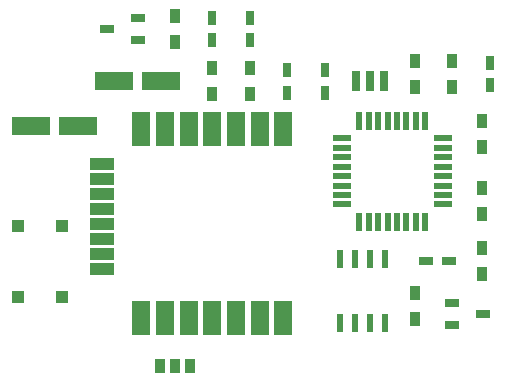
<source format=gtp>
G04 #@! TF.FileFunction,Paste,Top*
%FSLAX46Y46*%
G04 Gerber Fmt 4.6, Leading zero omitted, Abs format (unit mm)*
G04 Created by KiCad (PCBNEW 4.0.7-e2-6376~58~ubuntu17.04.1) date Mon Oct  2 11:40:20 2017*
%MOMM*%
%LPD*%
G01*
G04 APERTURE LIST*
%ADD10C,0.100000*%
%ADD11R,0.750000X1.200000*%
%ADD12R,1.200000X0.750000*%
%ADD13R,3.200000X1.500000*%
%ADD14R,0.900000X1.200000*%
%ADD15R,1.000760X1.000760*%
%ADD16R,0.550000X1.600000*%
%ADD17R,1.600000X0.550000*%
%ADD18R,1.597660X2.997200*%
%ADD19R,2.000000X1.000000*%
%ADD20R,0.600000X1.550000*%
%ADD21R,1.220000X0.650000*%
%ADD22R,0.700000X1.700000*%
%ADD23R,0.970000X1.270000*%
G04 APERTURE END LIST*
D10*
D11*
X170815000Y-86040000D03*
X170815000Y-84140000D03*
X173990000Y-84140000D03*
X173990000Y-86040000D03*
D12*
X182565000Y-100330000D03*
X184465000Y-100330000D03*
D13*
X149130000Y-88900000D03*
X153130000Y-88900000D03*
X156115000Y-85090000D03*
X160115000Y-85090000D03*
D11*
X164465000Y-79695000D03*
X164465000Y-81595000D03*
X167640000Y-79695000D03*
X167640000Y-81595000D03*
X187960000Y-85405000D03*
X187960000Y-83505000D03*
D14*
X187325000Y-94150000D03*
X187325000Y-96350000D03*
X181610000Y-103040000D03*
X181610000Y-105240000D03*
X187325000Y-99230000D03*
X187325000Y-101430000D03*
X184785000Y-85555000D03*
X184785000Y-83355000D03*
X181610000Y-85555000D03*
X181610000Y-83355000D03*
X161290000Y-79545000D03*
X161290000Y-81745000D03*
X187325000Y-88435000D03*
X187325000Y-90635000D03*
X167640000Y-83990000D03*
X167640000Y-86190000D03*
X164465000Y-86190000D03*
X164465000Y-83990000D03*
D15*
X151709120Y-97330260D03*
X148010880Y-103329740D03*
X148010880Y-97330260D03*
X151709120Y-103329740D03*
D16*
X182505000Y-88460000D03*
X181705000Y-88460000D03*
X180905000Y-88460000D03*
X180105000Y-88460000D03*
X179305000Y-88460000D03*
X178505000Y-88460000D03*
X177705000Y-88460000D03*
X176905000Y-88460000D03*
D17*
X175455000Y-89910000D03*
X175455000Y-90710000D03*
X175455000Y-91510000D03*
X175455000Y-92310000D03*
X175455000Y-93110000D03*
X175455000Y-93910000D03*
X175455000Y-94710000D03*
X175455000Y-95510000D03*
D16*
X176905000Y-96960000D03*
X177705000Y-96960000D03*
X178505000Y-96960000D03*
X179305000Y-96960000D03*
X180105000Y-96960000D03*
X180905000Y-96960000D03*
X181705000Y-96960000D03*
X182505000Y-96960000D03*
D17*
X183955000Y-95510000D03*
X183955000Y-94710000D03*
X183955000Y-93910000D03*
X183955000Y-93110000D03*
X183955000Y-92310000D03*
X183955000Y-91510000D03*
X183955000Y-90710000D03*
X183955000Y-89910000D03*
D18*
X170464480Y-89156540D03*
X168465500Y-89154000D03*
X166463980Y-89154000D03*
X164465000Y-89154000D03*
X162466020Y-89154000D03*
X160464500Y-89154000D03*
X158465520Y-89154000D03*
X158465520Y-105156000D03*
X160464500Y-105156000D03*
X162466020Y-105156000D03*
X164465000Y-105156000D03*
X166463980Y-105156000D03*
X168465500Y-105156000D03*
X170464480Y-105156000D03*
D19*
X155130000Y-92120000D03*
X155130000Y-93390000D03*
X155130000Y-94660000D03*
X155130000Y-95930000D03*
X155130000Y-97200000D03*
X155130000Y-98470000D03*
X155130000Y-99740000D03*
X155130000Y-101010000D03*
D20*
X175260000Y-105570000D03*
X176530000Y-105570000D03*
X177800000Y-105570000D03*
X179070000Y-105570000D03*
X179070000Y-100170000D03*
X177800000Y-100170000D03*
X176530000Y-100170000D03*
X175260000Y-100170000D03*
D21*
X158155000Y-81595000D03*
X158155000Y-79695000D03*
X155535000Y-80645000D03*
X184745000Y-103825000D03*
X184745000Y-105725000D03*
X187365000Y-104775000D03*
D22*
X176600000Y-85090000D03*
X177800000Y-85090000D03*
X179000000Y-85090000D03*
D23*
X160020000Y-109220000D03*
X161290000Y-109220000D03*
X162560000Y-109220000D03*
M02*

</source>
